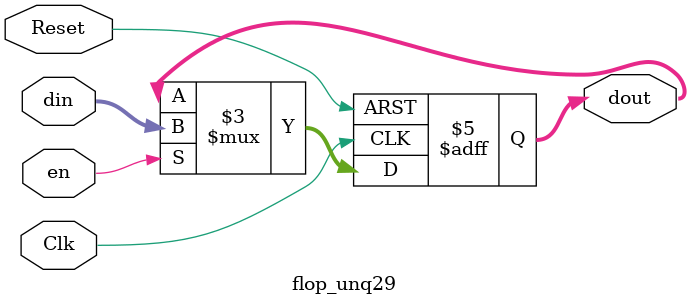
<source format=sv>

/* *****************************************************************************
 * File: flop.vp
 * 
 * Description:
 * Genesis2 flip-flop generator.
 * 
 * Required Genesis2 Controlable Parameters:
 * * Type		- Constant, Flop, RFlop, EFlop, or REFlop
 * * Width		- integer value specifying register width
 * * Default		- default value for the flop 
 *			 (only applies when flop_type=constant|rflop|reflop)
 * * SyncMode		- Sync or ASync flop * Change bar:
 * 
 * 
 * -----------
 * Date          Author   Description
 * Mar 30, 2010  shacham  init version  --  
 * May 20, 2014  jingpu   Add Async mode, change to active low reset
 * 
 * ****************************************************************************/


/*******************************************************************************
 * REQUIRED PARAMETERIZATION
 ******************************************************************************/
// Type (_GENESIS2_INHERITANCE_PRIORITY_) = REFlop
//
// Default (_GENESIS2_INHERITANCE_PRIORITY_) = 7
//
// Width (_GENESIS2_INHERITANCE_PRIORITY_) = 4
//
// SyncMode (_GENESIS2_DECLARATION_PRIORITY_) = ASync
//

module flop_unq29(
	       //inputs
	       input wire logic 		   Clk,
	       input wire logic [3:0]  din,
	       input wire logic 		   Reset,
	       input wire logic 		   en,

	       //outputs
	       output logic [3:0] dout
	       );


   /* synopsys dc_tcl_script_begin
    set_dont_retime [current_design] true
    set_optimize_registers false -design [current_design]
    */
   


   
   always_ff @(posedge Clk or negedge Reset) begin
      if (!Reset) 
	dout <= 4'h7;
      else if (en)
	dout <= din;
   end

endmodule : flop_unq29

</source>
